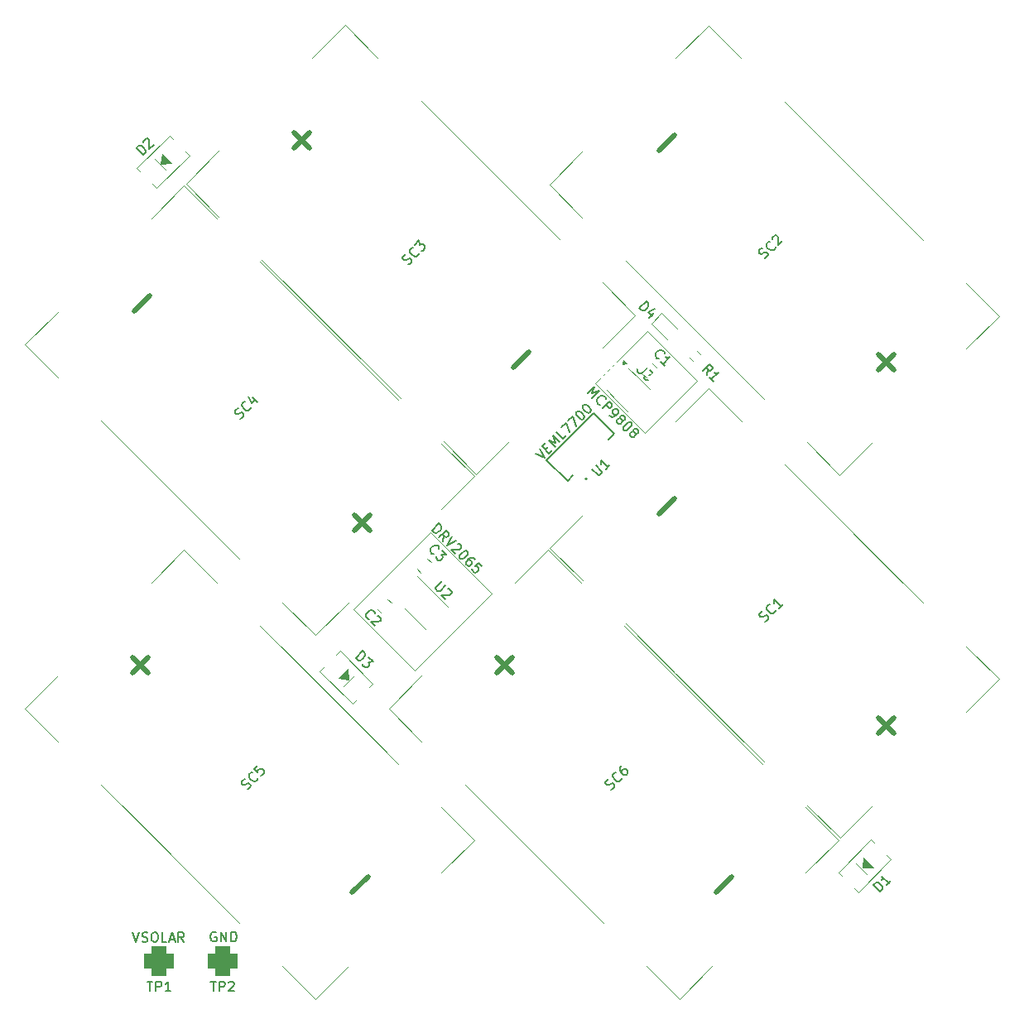
<source format=gbr>
%TF.GenerationSoftware,KiCad,Pcbnew,9.0.0*%
%TF.CreationDate,2025-03-12T19:06:34-07:00*%
%TF.ProjectId,Z_Face_V2,5a5f4661-6365-45f5-9632-2e6b69636164,3.1*%
%TF.SameCoordinates,Original*%
%TF.FileFunction,Legend,Top*%
%TF.FilePolarity,Positive*%
%FSLAX46Y46*%
G04 Gerber Fmt 4.6, Leading zero omitted, Abs format (unit mm)*
G04 Created by KiCad (PCBNEW 9.0.0) date 2025-03-12 19:06:34*
%MOMM*%
%LPD*%
G01*
G04 APERTURE LIST*
G04 Aperture macros list*
%AMRoundRect*
0 Rectangle with rounded corners*
0 $1 Rounding radius*
0 $2 $3 $4 $5 $6 $7 $8 $9 X,Y pos of 4 corners*
0 Add a 4 corners polygon primitive as box body*
4,1,4,$2,$3,$4,$5,$6,$7,$8,$9,$2,$3,0*
0 Add four circle primitives for the rounded corners*
1,1,$1+$1,$2,$3*
1,1,$1+$1,$4,$5*
1,1,$1+$1,$6,$7*
1,1,$1+$1,$8,$9*
0 Add four rect primitives between the rounded corners*
20,1,$1+$1,$2,$3,$4,$5,0*
20,1,$1+$1,$4,$5,$6,$7,0*
20,1,$1+$1,$6,$7,$8,$9,0*
20,1,$1+$1,$8,$9,$2,$3,0*%
%AMRotRect*
0 Rectangle, with rotation*
0 The origin of the aperture is its center*
0 $1 length*
0 $2 width*
0 $3 Rotation angle, in degrees counterclockwise*
0 Add horizontal line*
21,1,$1,$2,0,0,$3*%
G04 Aperture macros list end*
%ADD10C,0.120000*%
%ADD11C,0.150000*%
%ADD12C,0.500000*%
%ADD13C,0.100000*%
%ADD14C,0.127000*%
%ADD15C,0.200000*%
%ADD16C,5.250000*%
%ADD17RotRect,2.500000X1.700000X45.000000*%
%ADD18RoundRect,0.750000X0.750000X-0.750000X0.750000X0.750000X-0.750000X0.750000X-0.750000X-0.750000X0*%
%ADD19RoundRect,0.218750X-0.335876X-0.026517X-0.026517X-0.335876X0.335876X0.026517X0.026517X0.335876X0*%
%ADD20RoundRect,0.250000X0.512652X0.159099X0.159099X0.512652X-0.512652X-0.159099X-0.159099X-0.512652X0*%
%ADD21RotRect,13.000000X3.000000X45.000000*%
%ADD22RoundRect,0.200000X0.335876X0.053033X0.053033X0.335876X-0.335876X-0.053033X-0.053033X-0.335876X0*%
%ADD23C,0.600000*%
%ADD24RoundRect,0.100000X-0.556847X0.415425X0.415425X-0.556847X0.556847X-0.415425X-0.415425X0.556847X0*%
%ADD25RotRect,1.500000X1.800000X315.000000*%
%ADD26RoundRect,0.075000X-0.512652X0.406586X0.406586X-0.512652X0.512652X-0.406586X-0.406586X0.512652X0*%
%ADD27RotRect,2.500000X1.700000X135.000000*%
%ADD28RotRect,1.600000X0.700000X135.000000*%
%ADD29RotRect,13.000000X3.000000X225.000000*%
G04 APERTURE END LIST*
D10*
X168422537Y-71580815D02*
X163126307Y-76877045D01*
X158028067Y-71778805D01*
X163324297Y-66482575D01*
X168422537Y-71580815D01*
X147417170Y-93332830D02*
X139540000Y-101210000D01*
X133271481Y-94941481D01*
X141148650Y-87064311D01*
X147417170Y-93332830D01*
D11*
X119248095Y-127952438D02*
X119152857Y-127904819D01*
X119152857Y-127904819D02*
X119010000Y-127904819D01*
X119010000Y-127904819D02*
X118867143Y-127952438D01*
X118867143Y-127952438D02*
X118771905Y-128047676D01*
X118771905Y-128047676D02*
X118724286Y-128142914D01*
X118724286Y-128142914D02*
X118676667Y-128333390D01*
X118676667Y-128333390D02*
X118676667Y-128476247D01*
X118676667Y-128476247D02*
X118724286Y-128666723D01*
X118724286Y-128666723D02*
X118771905Y-128761961D01*
X118771905Y-128761961D02*
X118867143Y-128857200D01*
X118867143Y-128857200D02*
X119010000Y-128904819D01*
X119010000Y-128904819D02*
X119105238Y-128904819D01*
X119105238Y-128904819D02*
X119248095Y-128857200D01*
X119248095Y-128857200D02*
X119295714Y-128809580D01*
X119295714Y-128809580D02*
X119295714Y-128476247D01*
X119295714Y-128476247D02*
X119105238Y-128476247D01*
X119724286Y-128904819D02*
X119724286Y-127904819D01*
X119724286Y-127904819D02*
X120295714Y-128904819D01*
X120295714Y-128904819D02*
X120295714Y-127904819D01*
X120771905Y-128904819D02*
X120771905Y-127904819D01*
X120771905Y-127904819D02*
X121010000Y-127904819D01*
X121010000Y-127904819D02*
X121152857Y-127952438D01*
X121152857Y-127952438D02*
X121248095Y-128047676D01*
X121248095Y-128047676D02*
X121295714Y-128142914D01*
X121295714Y-128142914D02*
X121343333Y-128333390D01*
X121343333Y-128333390D02*
X121343333Y-128476247D01*
X121343333Y-128476247D02*
X121295714Y-128666723D01*
X121295714Y-128666723D02*
X121248095Y-128761961D01*
X121248095Y-128761961D02*
X121152857Y-128857200D01*
X121152857Y-128857200D02*
X121010000Y-128904819D01*
X121010000Y-128904819D02*
X120771905Y-128904819D01*
X151891773Y-78967223D02*
X152834582Y-79438628D01*
X152834582Y-79438628D02*
X152363178Y-78495819D01*
X152935598Y-78596834D02*
X153171300Y-78361132D01*
X153642704Y-78630506D02*
X153305987Y-78967223D01*
X153305987Y-78967223D02*
X152598880Y-78260117D01*
X152598880Y-78260117D02*
X152935598Y-77923399D01*
X153945750Y-78327460D02*
X153238644Y-77620353D01*
X153238644Y-77620353D02*
X153979422Y-77889727D01*
X153979422Y-77889727D02*
X153710048Y-77148949D01*
X153710048Y-77148949D02*
X154417155Y-77856055D01*
X155090590Y-77182620D02*
X154753872Y-77519338D01*
X154753872Y-77519338D02*
X154046765Y-76812231D01*
X154551842Y-76307155D02*
X155023246Y-75835750D01*
X155023246Y-75835750D02*
X155427307Y-76845903D01*
X155225277Y-75633720D02*
X155696681Y-75162315D01*
X155696681Y-75162315D02*
X156100742Y-76172468D01*
X156100743Y-74758254D02*
X156168086Y-74690911D01*
X156168086Y-74690911D02*
X156269101Y-74657239D01*
X156269101Y-74657239D02*
X156336445Y-74657239D01*
X156336445Y-74657239D02*
X156437460Y-74690911D01*
X156437460Y-74690911D02*
X156605819Y-74791926D01*
X156605819Y-74791926D02*
X156774178Y-74960285D01*
X156774178Y-74960285D02*
X156875193Y-75128643D01*
X156875193Y-75128643D02*
X156908865Y-75229659D01*
X156908865Y-75229659D02*
X156908865Y-75297002D01*
X156908865Y-75297002D02*
X156875193Y-75398017D01*
X156875193Y-75398017D02*
X156807849Y-75465361D01*
X156807849Y-75465361D02*
X156706834Y-75499033D01*
X156706834Y-75499033D02*
X156639491Y-75499033D01*
X156639491Y-75499033D02*
X156538475Y-75465361D01*
X156538475Y-75465361D02*
X156370117Y-75364346D01*
X156370117Y-75364346D02*
X156201758Y-75195987D01*
X156201758Y-75195987D02*
X156100743Y-75027628D01*
X156100743Y-75027628D02*
X156067071Y-74926613D01*
X156067071Y-74926613D02*
X156067071Y-74859269D01*
X156067071Y-74859269D02*
X156100743Y-74758254D01*
X156774178Y-74084819D02*
X156841521Y-74017476D01*
X156841521Y-74017476D02*
X156942536Y-73983804D01*
X156942536Y-73983804D02*
X157009880Y-73983804D01*
X157009880Y-73983804D02*
X157110895Y-74017476D01*
X157110895Y-74017476D02*
X157279254Y-74118491D01*
X157279254Y-74118491D02*
X157447613Y-74286850D01*
X157447613Y-74286850D02*
X157548628Y-74455208D01*
X157548628Y-74455208D02*
X157582300Y-74556224D01*
X157582300Y-74556224D02*
X157582300Y-74623567D01*
X157582300Y-74623567D02*
X157548628Y-74724582D01*
X157548628Y-74724582D02*
X157481284Y-74791926D01*
X157481284Y-74791926D02*
X157380269Y-74825598D01*
X157380269Y-74825598D02*
X157312926Y-74825598D01*
X157312926Y-74825598D02*
X157211910Y-74791926D01*
X157211910Y-74791926D02*
X157043552Y-74690911D01*
X157043552Y-74690911D02*
X156875193Y-74522552D01*
X156875193Y-74522552D02*
X156774178Y-74354193D01*
X156774178Y-74354193D02*
X156740506Y-74253178D01*
X156740506Y-74253178D02*
X156740506Y-74185834D01*
X156740506Y-74185834D02*
X156774178Y-74084819D01*
X157228715Y-72831926D02*
X157935822Y-72124820D01*
X157935822Y-72124820D02*
X157666448Y-72865598D01*
X157666448Y-72865598D02*
X158407226Y-72596224D01*
X158407226Y-72596224D02*
X157700120Y-73303331D01*
X158508242Y-73976766D02*
X158440898Y-73976766D01*
X158440898Y-73976766D02*
X158306211Y-73909422D01*
X158306211Y-73909422D02*
X158238868Y-73842079D01*
X158238868Y-73842079D02*
X158171524Y-73707392D01*
X158171524Y-73707392D02*
X158171524Y-73572705D01*
X158171524Y-73572705D02*
X158205196Y-73471690D01*
X158205196Y-73471690D02*
X158306211Y-73303331D01*
X158306211Y-73303331D02*
X158407226Y-73202316D01*
X158407226Y-73202316D02*
X158575585Y-73101300D01*
X158575585Y-73101300D02*
X158676600Y-73067629D01*
X158676600Y-73067629D02*
X158811287Y-73067629D01*
X158811287Y-73067629D02*
X158945974Y-73134972D01*
X158945974Y-73134972D02*
X159013318Y-73202316D01*
X159013318Y-73202316D02*
X159080661Y-73337003D01*
X159080661Y-73337003D02*
X159080661Y-73404346D01*
X158743944Y-74347155D02*
X159451051Y-73640048D01*
X159451051Y-73640048D02*
X159720425Y-73909422D01*
X159720425Y-73909422D02*
X159754096Y-74010438D01*
X159754096Y-74010438D02*
X159754096Y-74077781D01*
X159754096Y-74077781D02*
X159720425Y-74178796D01*
X159720425Y-74178796D02*
X159619409Y-74279812D01*
X159619409Y-74279812D02*
X159518394Y-74313483D01*
X159518394Y-74313483D02*
X159451051Y-74313483D01*
X159451051Y-74313483D02*
X159350035Y-74279812D01*
X159350035Y-74279812D02*
X159080661Y-74010438D01*
X159484722Y-75087934D02*
X159619409Y-75222621D01*
X159619409Y-75222621D02*
X159720425Y-75256292D01*
X159720425Y-75256292D02*
X159787768Y-75256292D01*
X159787768Y-75256292D02*
X159956127Y-75222621D01*
X159956127Y-75222621D02*
X160124486Y-75121605D01*
X160124486Y-75121605D02*
X160393860Y-74852231D01*
X160393860Y-74852231D02*
X160427531Y-74751216D01*
X160427531Y-74751216D02*
X160427531Y-74683873D01*
X160427531Y-74683873D02*
X160393860Y-74582857D01*
X160393860Y-74582857D02*
X160259173Y-74448170D01*
X160259173Y-74448170D02*
X160158157Y-74414499D01*
X160158157Y-74414499D02*
X160090814Y-74414499D01*
X160090814Y-74414499D02*
X159989799Y-74448170D01*
X159989799Y-74448170D02*
X159821440Y-74616529D01*
X159821440Y-74616529D02*
X159787768Y-74717544D01*
X159787768Y-74717544D02*
X159787768Y-74784888D01*
X159787768Y-74784888D02*
X159821440Y-74885903D01*
X159821440Y-74885903D02*
X159956127Y-75020590D01*
X159956127Y-75020590D02*
X160057142Y-75054262D01*
X160057142Y-75054262D02*
X160124486Y-75054262D01*
X160124486Y-75054262D02*
X160225501Y-75020590D01*
X160629562Y-75424651D02*
X160595890Y-75323636D01*
X160595890Y-75323636D02*
X160595890Y-75256292D01*
X160595890Y-75256292D02*
X160629562Y-75155277D01*
X160629562Y-75155277D02*
X160663234Y-75121605D01*
X160663234Y-75121605D02*
X160764249Y-75087934D01*
X160764249Y-75087934D02*
X160831592Y-75087934D01*
X160831592Y-75087934D02*
X160932608Y-75121605D01*
X160932608Y-75121605D02*
X161067295Y-75256292D01*
X161067295Y-75256292D02*
X161100966Y-75357308D01*
X161100966Y-75357308D02*
X161100966Y-75424651D01*
X161100966Y-75424651D02*
X161067295Y-75525666D01*
X161067295Y-75525666D02*
X161033623Y-75559338D01*
X161033623Y-75559338D02*
X160932608Y-75593010D01*
X160932608Y-75593010D02*
X160865264Y-75593010D01*
X160865264Y-75593010D02*
X160764249Y-75559338D01*
X160764249Y-75559338D02*
X160629562Y-75424651D01*
X160629562Y-75424651D02*
X160528547Y-75390979D01*
X160528547Y-75390979D02*
X160461203Y-75390979D01*
X160461203Y-75390979D02*
X160360188Y-75424651D01*
X160360188Y-75424651D02*
X160225501Y-75559338D01*
X160225501Y-75559338D02*
X160191829Y-75660353D01*
X160191829Y-75660353D02*
X160191829Y-75727697D01*
X160191829Y-75727697D02*
X160225501Y-75828712D01*
X160225501Y-75828712D02*
X160360188Y-75963399D01*
X160360188Y-75963399D02*
X160461203Y-75997071D01*
X160461203Y-75997071D02*
X160528547Y-75997071D01*
X160528547Y-75997071D02*
X160629562Y-75963399D01*
X160629562Y-75963399D02*
X160764249Y-75828712D01*
X160764249Y-75828712D02*
X160797921Y-75727697D01*
X160797921Y-75727697D02*
X160797921Y-75660353D01*
X160797921Y-75660353D02*
X160764249Y-75559338D01*
X161639715Y-75828712D02*
X161707058Y-75896056D01*
X161707058Y-75896056D02*
X161740730Y-75997071D01*
X161740730Y-75997071D02*
X161740730Y-76064414D01*
X161740730Y-76064414D02*
X161707058Y-76165430D01*
X161707058Y-76165430D02*
X161606043Y-76333788D01*
X161606043Y-76333788D02*
X161437684Y-76502147D01*
X161437684Y-76502147D02*
X161269325Y-76603163D01*
X161269325Y-76603163D02*
X161168310Y-76636834D01*
X161168310Y-76636834D02*
X161100966Y-76636834D01*
X161100966Y-76636834D02*
X160999951Y-76603163D01*
X160999951Y-76603163D02*
X160932608Y-76535819D01*
X160932608Y-76535819D02*
X160898936Y-76434804D01*
X160898936Y-76434804D02*
X160898936Y-76367460D01*
X160898936Y-76367460D02*
X160932608Y-76266445D01*
X160932608Y-76266445D02*
X161033623Y-76098086D01*
X161033623Y-76098086D02*
X161201982Y-75929727D01*
X161201982Y-75929727D02*
X161370341Y-75828712D01*
X161370341Y-75828712D02*
X161471356Y-75795040D01*
X161471356Y-75795040D02*
X161538699Y-75795040D01*
X161538699Y-75795040D02*
X161639715Y-75828712D01*
X161976432Y-76771521D02*
X161942760Y-76670506D01*
X161942760Y-76670506D02*
X161942760Y-76603163D01*
X161942760Y-76603163D02*
X161976432Y-76502147D01*
X161976432Y-76502147D02*
X162010104Y-76468476D01*
X162010104Y-76468476D02*
X162111119Y-76434804D01*
X162111119Y-76434804D02*
X162178463Y-76434804D01*
X162178463Y-76434804D02*
X162279478Y-76468476D01*
X162279478Y-76468476D02*
X162414165Y-76603163D01*
X162414165Y-76603163D02*
X162447837Y-76704178D01*
X162447837Y-76704178D02*
X162447837Y-76771521D01*
X162447837Y-76771521D02*
X162414165Y-76872537D01*
X162414165Y-76872537D02*
X162380493Y-76906208D01*
X162380493Y-76906208D02*
X162279478Y-76939880D01*
X162279478Y-76939880D02*
X162212134Y-76939880D01*
X162212134Y-76939880D02*
X162111119Y-76906208D01*
X162111119Y-76906208D02*
X161976432Y-76771521D01*
X161976432Y-76771521D02*
X161875417Y-76737850D01*
X161875417Y-76737850D02*
X161808073Y-76737850D01*
X161808073Y-76737850D02*
X161707058Y-76771521D01*
X161707058Y-76771521D02*
X161572371Y-76906208D01*
X161572371Y-76906208D02*
X161538699Y-77007224D01*
X161538699Y-77007224D02*
X161538699Y-77074567D01*
X161538699Y-77074567D02*
X161572371Y-77175582D01*
X161572371Y-77175582D02*
X161707058Y-77310269D01*
X161707058Y-77310269D02*
X161808073Y-77343941D01*
X161808073Y-77343941D02*
X161875417Y-77343941D01*
X161875417Y-77343941D02*
X161976432Y-77310269D01*
X161976432Y-77310269D02*
X162111119Y-77175582D01*
X162111119Y-77175582D02*
X162144791Y-77074567D01*
X162144791Y-77074567D02*
X162144791Y-77007224D01*
X162144791Y-77007224D02*
X162111119Y-76906208D01*
X141339730Y-86862942D02*
X142046837Y-86155835D01*
X142046837Y-86155835D02*
X142215196Y-86324193D01*
X142215196Y-86324193D02*
X142282539Y-86458881D01*
X142282539Y-86458881D02*
X142282539Y-86593568D01*
X142282539Y-86593568D02*
X142248868Y-86694583D01*
X142248868Y-86694583D02*
X142147852Y-86862942D01*
X142147852Y-86862942D02*
X142046837Y-86963957D01*
X142046837Y-86963957D02*
X141878478Y-87064972D01*
X141878478Y-87064972D02*
X141777463Y-87098644D01*
X141777463Y-87098644D02*
X141642776Y-87098644D01*
X141642776Y-87098644D02*
X141508089Y-87031300D01*
X141508089Y-87031300D02*
X141339730Y-86862942D01*
X142450898Y-87974109D02*
X142551913Y-87401690D01*
X142046837Y-87570048D02*
X142753944Y-86862942D01*
X142753944Y-86862942D02*
X143023318Y-87132316D01*
X143023318Y-87132316D02*
X143056990Y-87233331D01*
X143056990Y-87233331D02*
X143056990Y-87300674D01*
X143056990Y-87300674D02*
X143023318Y-87401690D01*
X143023318Y-87401690D02*
X142922303Y-87502705D01*
X142922303Y-87502705D02*
X142821287Y-87536377D01*
X142821287Y-87536377D02*
X142753944Y-87536377D01*
X142753944Y-87536377D02*
X142652929Y-87502705D01*
X142652929Y-87502705D02*
X142383555Y-87233331D01*
X143360035Y-87469033D02*
X142888631Y-88411842D01*
X142888631Y-88411842D02*
X143831440Y-87940438D01*
X143966127Y-88209812D02*
X144033470Y-88209812D01*
X144033470Y-88209812D02*
X144134486Y-88243483D01*
X144134486Y-88243483D02*
X144302844Y-88411842D01*
X144302844Y-88411842D02*
X144336516Y-88512857D01*
X144336516Y-88512857D02*
X144336516Y-88580201D01*
X144336516Y-88580201D02*
X144302844Y-88681216D01*
X144302844Y-88681216D02*
X144235501Y-88748560D01*
X144235501Y-88748560D02*
X144100814Y-88815903D01*
X144100814Y-88815903D02*
X143292692Y-88815903D01*
X143292692Y-88815903D02*
X143730425Y-89253636D01*
X144875264Y-88984262D02*
X144942608Y-89051606D01*
X144942608Y-89051606D02*
X144976280Y-89152621D01*
X144976280Y-89152621D02*
X144976280Y-89219964D01*
X144976280Y-89219964D02*
X144942608Y-89320980D01*
X144942608Y-89320980D02*
X144841593Y-89489338D01*
X144841593Y-89489338D02*
X144673234Y-89657697D01*
X144673234Y-89657697D02*
X144504875Y-89758712D01*
X144504875Y-89758712D02*
X144403860Y-89792384D01*
X144403860Y-89792384D02*
X144336516Y-89792384D01*
X144336516Y-89792384D02*
X144235501Y-89758712D01*
X144235501Y-89758712D02*
X144168158Y-89691369D01*
X144168158Y-89691369D02*
X144134486Y-89590354D01*
X144134486Y-89590354D02*
X144134486Y-89523010D01*
X144134486Y-89523010D02*
X144168158Y-89421995D01*
X144168158Y-89421995D02*
X144269173Y-89253636D01*
X144269173Y-89253636D02*
X144437532Y-89085277D01*
X144437532Y-89085277D02*
X144605890Y-88984262D01*
X144605890Y-88984262D02*
X144706906Y-88950590D01*
X144706906Y-88950590D02*
X144774249Y-88950590D01*
X144774249Y-88950590D02*
X144875264Y-88984262D01*
X145717058Y-89826056D02*
X145582371Y-89691369D01*
X145582371Y-89691369D02*
X145481356Y-89657697D01*
X145481356Y-89657697D02*
X145414012Y-89657697D01*
X145414012Y-89657697D02*
X145245654Y-89691369D01*
X145245654Y-89691369D02*
X145077295Y-89792384D01*
X145077295Y-89792384D02*
X144807921Y-90061758D01*
X144807921Y-90061758D02*
X144774249Y-90162773D01*
X144774249Y-90162773D02*
X144774249Y-90230117D01*
X144774249Y-90230117D02*
X144807921Y-90331132D01*
X144807921Y-90331132D02*
X144942608Y-90465819D01*
X144942608Y-90465819D02*
X145043623Y-90499491D01*
X145043623Y-90499491D02*
X145110967Y-90499491D01*
X145110967Y-90499491D02*
X145211982Y-90465819D01*
X145211982Y-90465819D02*
X145380341Y-90297460D01*
X145380341Y-90297460D02*
X145414012Y-90196445D01*
X145414012Y-90196445D02*
X145414012Y-90129102D01*
X145414012Y-90129102D02*
X145380341Y-90028086D01*
X145380341Y-90028086D02*
X145245654Y-89893399D01*
X145245654Y-89893399D02*
X145144638Y-89859728D01*
X145144638Y-89859728D02*
X145077295Y-89859728D01*
X145077295Y-89859728D02*
X144976280Y-89893399D01*
X146424165Y-90533163D02*
X146087447Y-90196445D01*
X146087447Y-90196445D02*
X145717058Y-90499491D01*
X145717058Y-90499491D02*
X145784402Y-90499491D01*
X145784402Y-90499491D02*
X145885417Y-90533163D01*
X145885417Y-90533163D02*
X146053776Y-90701521D01*
X146053776Y-90701521D02*
X146087447Y-90802537D01*
X146087447Y-90802537D02*
X146087447Y-90869880D01*
X146087447Y-90869880D02*
X146053776Y-90970895D01*
X146053776Y-90970895D02*
X145885417Y-91139254D01*
X145885417Y-91139254D02*
X145784402Y-91172926D01*
X145784402Y-91172926D02*
X145717058Y-91172926D01*
X145717058Y-91172926D02*
X145616043Y-91139254D01*
X145616043Y-91139254D02*
X145447684Y-90970895D01*
X145447684Y-90970895D02*
X145414012Y-90869880D01*
X145414012Y-90869880D02*
X145414012Y-90802537D01*
X110723333Y-127954819D02*
X111056666Y-128954819D01*
X111056666Y-128954819D02*
X111389999Y-127954819D01*
X111675714Y-128907200D02*
X111818571Y-128954819D01*
X111818571Y-128954819D02*
X112056666Y-128954819D01*
X112056666Y-128954819D02*
X112151904Y-128907200D01*
X112151904Y-128907200D02*
X112199523Y-128859580D01*
X112199523Y-128859580D02*
X112247142Y-128764342D01*
X112247142Y-128764342D02*
X112247142Y-128669104D01*
X112247142Y-128669104D02*
X112199523Y-128573866D01*
X112199523Y-128573866D02*
X112151904Y-128526247D01*
X112151904Y-128526247D02*
X112056666Y-128478628D01*
X112056666Y-128478628D02*
X111866190Y-128431009D01*
X111866190Y-128431009D02*
X111770952Y-128383390D01*
X111770952Y-128383390D02*
X111723333Y-128335771D01*
X111723333Y-128335771D02*
X111675714Y-128240533D01*
X111675714Y-128240533D02*
X111675714Y-128145295D01*
X111675714Y-128145295D02*
X111723333Y-128050057D01*
X111723333Y-128050057D02*
X111770952Y-128002438D01*
X111770952Y-128002438D02*
X111866190Y-127954819D01*
X111866190Y-127954819D02*
X112104285Y-127954819D01*
X112104285Y-127954819D02*
X112247142Y-128002438D01*
X112866190Y-127954819D02*
X113056666Y-127954819D01*
X113056666Y-127954819D02*
X113151904Y-128002438D01*
X113151904Y-128002438D02*
X113247142Y-128097676D01*
X113247142Y-128097676D02*
X113294761Y-128288152D01*
X113294761Y-128288152D02*
X113294761Y-128621485D01*
X113294761Y-128621485D02*
X113247142Y-128811961D01*
X113247142Y-128811961D02*
X113151904Y-128907200D01*
X113151904Y-128907200D02*
X113056666Y-128954819D01*
X113056666Y-128954819D02*
X112866190Y-128954819D01*
X112866190Y-128954819D02*
X112770952Y-128907200D01*
X112770952Y-128907200D02*
X112675714Y-128811961D01*
X112675714Y-128811961D02*
X112628095Y-128621485D01*
X112628095Y-128621485D02*
X112628095Y-128288152D01*
X112628095Y-128288152D02*
X112675714Y-128097676D01*
X112675714Y-128097676D02*
X112770952Y-128002438D01*
X112770952Y-128002438D02*
X112866190Y-127954819D01*
X114199523Y-128954819D02*
X113723333Y-128954819D01*
X113723333Y-128954819D02*
X113723333Y-127954819D01*
X114485238Y-128669104D02*
X114961428Y-128669104D01*
X114390000Y-128954819D02*
X114723333Y-127954819D01*
X114723333Y-127954819D02*
X115056666Y-128954819D01*
X115961428Y-128954819D02*
X115628095Y-128478628D01*
X115390000Y-128954819D02*
X115390000Y-127954819D01*
X115390000Y-127954819D02*
X115770952Y-127954819D01*
X115770952Y-127954819D02*
X115866190Y-128002438D01*
X115866190Y-128002438D02*
X115913809Y-128050057D01*
X115913809Y-128050057D02*
X115961428Y-128145295D01*
X115961428Y-128145295D02*
X115961428Y-128288152D01*
X115961428Y-128288152D02*
X115913809Y-128383390D01*
X115913809Y-128383390D02*
X115866190Y-128431009D01*
X115866190Y-128431009D02*
X115770952Y-128478628D01*
X115770952Y-128478628D02*
X115390000Y-128478628D01*
X110166666Y-84954819D02*
X110166666Y-85669104D01*
X110166666Y-85669104D02*
X110119047Y-85811961D01*
X110119047Y-85811961D02*
X110023809Y-85907200D01*
X110023809Y-85907200D02*
X109880952Y-85954819D01*
X109880952Y-85954819D02*
X109785714Y-85954819D01*
X111071428Y-85288152D02*
X111071428Y-85954819D01*
X110833333Y-84907200D02*
X110595238Y-85621485D01*
X110595238Y-85621485D02*
X111214285Y-85621485D01*
X149036666Y-123484819D02*
X149036666Y-124199104D01*
X149036666Y-124199104D02*
X148989047Y-124341961D01*
X148989047Y-124341961D02*
X148893809Y-124437200D01*
X148893809Y-124437200D02*
X148750952Y-124484819D01*
X148750952Y-124484819D02*
X148655714Y-124484819D01*
X149989047Y-123484819D02*
X149512857Y-123484819D01*
X149512857Y-123484819D02*
X149465238Y-123961009D01*
X149465238Y-123961009D02*
X149512857Y-123913390D01*
X149512857Y-123913390D02*
X149608095Y-123865771D01*
X149608095Y-123865771D02*
X149846190Y-123865771D01*
X149846190Y-123865771D02*
X149941428Y-123913390D01*
X149941428Y-123913390D02*
X149989047Y-123961009D01*
X149989047Y-123961009D02*
X150036666Y-124056247D01*
X150036666Y-124056247D02*
X150036666Y-124294342D01*
X150036666Y-124294342D02*
X149989047Y-124389580D01*
X149989047Y-124389580D02*
X149941428Y-124437200D01*
X149941428Y-124437200D02*
X149846190Y-124484819D01*
X149846190Y-124484819D02*
X149608095Y-124484819D01*
X149608095Y-124484819D02*
X149512857Y-124437200D01*
X149512857Y-124437200D02*
X149465238Y-124389580D01*
X149096666Y-45434819D02*
X149096666Y-46149104D01*
X149096666Y-46149104D02*
X149049047Y-46291961D01*
X149049047Y-46291961D02*
X148953809Y-46387200D01*
X148953809Y-46387200D02*
X148810952Y-46434819D01*
X148810952Y-46434819D02*
X148715714Y-46434819D01*
X150001428Y-45434819D02*
X149810952Y-45434819D01*
X149810952Y-45434819D02*
X149715714Y-45482438D01*
X149715714Y-45482438D02*
X149668095Y-45530057D01*
X149668095Y-45530057D02*
X149572857Y-45672914D01*
X149572857Y-45672914D02*
X149525238Y-45863390D01*
X149525238Y-45863390D02*
X149525238Y-46244342D01*
X149525238Y-46244342D02*
X149572857Y-46339580D01*
X149572857Y-46339580D02*
X149620476Y-46387200D01*
X149620476Y-46387200D02*
X149715714Y-46434819D01*
X149715714Y-46434819D02*
X149906190Y-46434819D01*
X149906190Y-46434819D02*
X150001428Y-46387200D01*
X150001428Y-46387200D02*
X150049047Y-46339580D01*
X150049047Y-46339580D02*
X150096666Y-46244342D01*
X150096666Y-46244342D02*
X150096666Y-46006247D01*
X150096666Y-46006247D02*
X150049047Y-45911009D01*
X150049047Y-45911009D02*
X150001428Y-45863390D01*
X150001428Y-45863390D02*
X149906190Y-45815771D01*
X149906190Y-45815771D02*
X149715714Y-45815771D01*
X149715714Y-45815771D02*
X149620476Y-45863390D01*
X149620476Y-45863390D02*
X149572857Y-45911009D01*
X149572857Y-45911009D02*
X149525238Y-46006247D01*
X188166666Y-84954819D02*
X188166666Y-85669104D01*
X188166666Y-85669104D02*
X188119047Y-85811961D01*
X188119047Y-85811961D02*
X188023809Y-85907200D01*
X188023809Y-85907200D02*
X187880952Y-85954819D01*
X187880952Y-85954819D02*
X187785714Y-85954819D01*
X188547619Y-84954819D02*
X189214285Y-84954819D01*
X189214285Y-84954819D02*
X188785714Y-85954819D01*
X111779693Y-48463517D02*
X111072587Y-47756410D01*
X111072587Y-47756410D02*
X111240945Y-47588051D01*
X111240945Y-47588051D02*
X111375632Y-47520708D01*
X111375632Y-47520708D02*
X111510319Y-47520708D01*
X111510319Y-47520708D02*
X111611335Y-47554380D01*
X111611335Y-47554380D02*
X111779693Y-47655395D01*
X111779693Y-47655395D02*
X111880709Y-47756410D01*
X111880709Y-47756410D02*
X111981724Y-47924769D01*
X111981724Y-47924769D02*
X112015396Y-48025784D01*
X112015396Y-48025784D02*
X112015396Y-48160471D01*
X112015396Y-48160471D02*
X111948052Y-48295158D01*
X111948052Y-48295158D02*
X111779693Y-48463517D01*
X111813365Y-47150319D02*
X111813365Y-47082975D01*
X111813365Y-47082975D02*
X111847037Y-46981960D01*
X111847037Y-46981960D02*
X112015396Y-46813601D01*
X112015396Y-46813601D02*
X112116411Y-46779929D01*
X112116411Y-46779929D02*
X112183754Y-46779929D01*
X112183754Y-46779929D02*
X112284770Y-46813601D01*
X112284770Y-46813601D02*
X112352113Y-46880945D01*
X112352113Y-46880945D02*
X112419457Y-47015632D01*
X112419457Y-47015632D02*
X112419457Y-47823754D01*
X112419457Y-47823754D02*
X112857189Y-47386021D01*
X112188095Y-132984819D02*
X112759523Y-132984819D01*
X112473809Y-133984819D02*
X112473809Y-132984819D01*
X113092857Y-133984819D02*
X113092857Y-132984819D01*
X113092857Y-132984819D02*
X113473809Y-132984819D01*
X113473809Y-132984819D02*
X113569047Y-133032438D01*
X113569047Y-133032438D02*
X113616666Y-133080057D01*
X113616666Y-133080057D02*
X113664285Y-133175295D01*
X113664285Y-133175295D02*
X113664285Y-133318152D01*
X113664285Y-133318152D02*
X113616666Y-133413390D01*
X113616666Y-133413390D02*
X113569047Y-133461009D01*
X113569047Y-133461009D02*
X113473809Y-133508628D01*
X113473809Y-133508628D02*
X113092857Y-133508628D01*
X114616666Y-133984819D02*
X114045238Y-133984819D01*
X114330952Y-133984819D02*
X114330952Y-132984819D01*
X114330952Y-132984819D02*
X114235714Y-133127676D01*
X114235714Y-133127676D02*
X114140476Y-133222914D01*
X114140476Y-133222914D02*
X114045238Y-133270533D01*
X162533200Y-64117833D02*
X163240307Y-63410727D01*
X163240307Y-63410727D02*
X163408666Y-63579085D01*
X163408666Y-63579085D02*
X163476009Y-63713772D01*
X163476009Y-63713772D02*
X163476009Y-63848459D01*
X163476009Y-63848459D02*
X163442337Y-63949475D01*
X163442337Y-63949475D02*
X163341322Y-64117833D01*
X163341322Y-64117833D02*
X163240307Y-64218849D01*
X163240307Y-64218849D02*
X163071948Y-64319864D01*
X163071948Y-64319864D02*
X162970933Y-64353536D01*
X162970933Y-64353536D02*
X162836246Y-64353536D01*
X162836246Y-64353536D02*
X162701559Y-64286192D01*
X162701559Y-64286192D02*
X162533200Y-64117833D01*
X164014757Y-64656581D02*
X163543353Y-65127986D01*
X164115772Y-64218849D02*
X163442337Y-64555566D01*
X163442337Y-64555566D02*
X163880070Y-64993299D01*
X141487197Y-89283169D02*
X141419853Y-89283169D01*
X141419853Y-89283169D02*
X141285166Y-89215825D01*
X141285166Y-89215825D02*
X141217823Y-89148482D01*
X141217823Y-89148482D02*
X141150479Y-89013795D01*
X141150479Y-89013795D02*
X141150479Y-88879108D01*
X141150479Y-88879108D02*
X141184151Y-88778093D01*
X141184151Y-88778093D02*
X141285166Y-88609734D01*
X141285166Y-88609734D02*
X141386181Y-88508719D01*
X141386181Y-88508719D02*
X141554540Y-88407703D01*
X141554540Y-88407703D02*
X141655555Y-88374032D01*
X141655555Y-88374032D02*
X141790242Y-88374032D01*
X141790242Y-88374032D02*
X141924929Y-88441375D01*
X141924929Y-88441375D02*
X141992273Y-88508719D01*
X141992273Y-88508719D02*
X142059616Y-88643406D01*
X142059616Y-88643406D02*
X142059616Y-88710749D01*
X142362662Y-88879108D02*
X142800395Y-89316841D01*
X142800395Y-89316841D02*
X142295319Y-89350512D01*
X142295319Y-89350512D02*
X142396334Y-89451528D01*
X142396334Y-89451528D02*
X142430006Y-89552543D01*
X142430006Y-89552543D02*
X142430006Y-89619886D01*
X142430006Y-89619886D02*
X142396334Y-89720902D01*
X142396334Y-89720902D02*
X142227975Y-89889260D01*
X142227975Y-89889260D02*
X142126960Y-89922932D01*
X142126960Y-89922932D02*
X142059616Y-89922932D01*
X142059616Y-89922932D02*
X141958601Y-89889260D01*
X141958601Y-89889260D02*
X141756571Y-89687230D01*
X141756571Y-89687230D02*
X141722899Y-89586215D01*
X141722899Y-89586215D02*
X141722899Y-89518871D01*
X122429185Y-113333788D02*
X122563872Y-113266444D01*
X122563872Y-113266444D02*
X122732231Y-113098086D01*
X122732231Y-113098086D02*
X122765902Y-112997070D01*
X122765902Y-112997070D02*
X122765902Y-112929727D01*
X122765902Y-112929727D02*
X122732231Y-112828712D01*
X122732231Y-112828712D02*
X122664887Y-112761368D01*
X122664887Y-112761368D02*
X122563872Y-112727696D01*
X122563872Y-112727696D02*
X122496528Y-112727696D01*
X122496528Y-112727696D02*
X122395513Y-112761368D01*
X122395513Y-112761368D02*
X122227154Y-112862383D01*
X122227154Y-112862383D02*
X122126139Y-112896055D01*
X122126139Y-112896055D02*
X122058796Y-112896055D01*
X122058796Y-112896055D02*
X121957780Y-112862383D01*
X121957780Y-112862383D02*
X121890437Y-112795040D01*
X121890437Y-112795040D02*
X121856765Y-112694025D01*
X121856765Y-112694025D02*
X121856765Y-112626681D01*
X121856765Y-112626681D02*
X121890437Y-112525666D01*
X121890437Y-112525666D02*
X122058796Y-112357307D01*
X122058796Y-112357307D02*
X122193483Y-112289964D01*
X123506681Y-112188948D02*
X123506681Y-112256292D01*
X123506681Y-112256292D02*
X123439338Y-112390979D01*
X123439338Y-112390979D02*
X123371994Y-112458322D01*
X123371994Y-112458322D02*
X123237307Y-112525666D01*
X123237307Y-112525666D02*
X123102620Y-112525666D01*
X123102620Y-112525666D02*
X123001605Y-112491994D01*
X123001605Y-112491994D02*
X122833246Y-112390979D01*
X122833246Y-112390979D02*
X122732231Y-112289963D01*
X122732231Y-112289963D02*
X122631215Y-112121605D01*
X122631215Y-112121605D02*
X122597544Y-112020589D01*
X122597544Y-112020589D02*
X122597544Y-111885902D01*
X122597544Y-111885902D02*
X122664887Y-111751215D01*
X122664887Y-111751215D02*
X122732231Y-111683872D01*
X122732231Y-111683872D02*
X122866918Y-111616528D01*
X122866918Y-111616528D02*
X122934261Y-111616528D01*
X123506681Y-110909422D02*
X123169963Y-111246139D01*
X123169963Y-111246139D02*
X123473009Y-111616528D01*
X123473009Y-111616528D02*
X123473009Y-111549185D01*
X123473009Y-111549185D02*
X123506681Y-111448170D01*
X123506681Y-111448170D02*
X123675040Y-111279811D01*
X123675040Y-111279811D02*
X123776055Y-111246139D01*
X123776055Y-111246139D02*
X123843399Y-111246139D01*
X123843399Y-111246139D02*
X123944414Y-111279811D01*
X123944414Y-111279811D02*
X124112773Y-111448170D01*
X124112773Y-111448170D02*
X124146444Y-111549185D01*
X124146444Y-111549185D02*
X124146444Y-111616528D01*
X124146444Y-111616528D02*
X124112773Y-111717544D01*
X124112773Y-111717544D02*
X123944414Y-111885902D01*
X123944414Y-111885902D02*
X123843399Y-111919574D01*
X123843399Y-111919574D02*
X123776055Y-111919574D01*
D12*
X110713026Y-101449270D02*
X112329270Y-99833026D01*
X112329270Y-101449270D02*
X110713026Y-99833026D01*
X133163666Y-123899910D02*
X134779910Y-122283666D01*
D11*
X118678095Y-132984819D02*
X119249523Y-132984819D01*
X118963809Y-133984819D02*
X118963809Y-132984819D01*
X119582857Y-133984819D02*
X119582857Y-132984819D01*
X119582857Y-132984819D02*
X119963809Y-132984819D01*
X119963809Y-132984819D02*
X120059047Y-133032438D01*
X120059047Y-133032438D02*
X120106666Y-133080057D01*
X120106666Y-133080057D02*
X120154285Y-133175295D01*
X120154285Y-133175295D02*
X120154285Y-133318152D01*
X120154285Y-133318152D02*
X120106666Y-133413390D01*
X120106666Y-133413390D02*
X120059047Y-133461009D01*
X120059047Y-133461009D02*
X119963809Y-133508628D01*
X119963809Y-133508628D02*
X119582857Y-133508628D01*
X120535238Y-133080057D02*
X120582857Y-133032438D01*
X120582857Y-133032438D02*
X120678095Y-132984819D01*
X120678095Y-132984819D02*
X120916190Y-132984819D01*
X120916190Y-132984819D02*
X121011428Y-133032438D01*
X121011428Y-133032438D02*
X121059047Y-133080057D01*
X121059047Y-133080057D02*
X121106666Y-133175295D01*
X121106666Y-133175295D02*
X121106666Y-133270533D01*
X121106666Y-133270533D02*
X121059047Y-133413390D01*
X121059047Y-133413390D02*
X120487619Y-133984819D01*
X120487619Y-133984819D02*
X121106666Y-133984819D01*
X138891321Y-59655924D02*
X139026008Y-59588580D01*
X139026008Y-59588580D02*
X139194367Y-59420222D01*
X139194367Y-59420222D02*
X139228038Y-59319206D01*
X139228038Y-59319206D02*
X139228038Y-59251863D01*
X139228038Y-59251863D02*
X139194367Y-59150848D01*
X139194367Y-59150848D02*
X139127023Y-59083504D01*
X139127023Y-59083504D02*
X139026008Y-59049832D01*
X139026008Y-59049832D02*
X138958664Y-59049832D01*
X138958664Y-59049832D02*
X138857649Y-59083504D01*
X138857649Y-59083504D02*
X138689290Y-59184519D01*
X138689290Y-59184519D02*
X138588275Y-59218191D01*
X138588275Y-59218191D02*
X138520932Y-59218191D01*
X138520932Y-59218191D02*
X138419916Y-59184519D01*
X138419916Y-59184519D02*
X138352573Y-59117176D01*
X138352573Y-59117176D02*
X138318901Y-59016161D01*
X138318901Y-59016161D02*
X138318901Y-58948817D01*
X138318901Y-58948817D02*
X138352573Y-58847802D01*
X138352573Y-58847802D02*
X138520932Y-58679443D01*
X138520932Y-58679443D02*
X138655619Y-58612100D01*
X139968817Y-58511084D02*
X139968817Y-58578428D01*
X139968817Y-58578428D02*
X139901474Y-58713115D01*
X139901474Y-58713115D02*
X139834130Y-58780458D01*
X139834130Y-58780458D02*
X139699443Y-58847802D01*
X139699443Y-58847802D02*
X139564756Y-58847802D01*
X139564756Y-58847802D02*
X139463741Y-58814130D01*
X139463741Y-58814130D02*
X139295382Y-58713115D01*
X139295382Y-58713115D02*
X139194367Y-58612099D01*
X139194367Y-58612099D02*
X139093351Y-58443741D01*
X139093351Y-58443741D02*
X139059680Y-58342725D01*
X139059680Y-58342725D02*
X139059680Y-58208038D01*
X139059680Y-58208038D02*
X139127023Y-58073351D01*
X139127023Y-58073351D02*
X139194367Y-58006008D01*
X139194367Y-58006008D02*
X139329054Y-57938664D01*
X139329054Y-57938664D02*
X139396397Y-57938664D01*
X139564756Y-57635619D02*
X140002489Y-57197886D01*
X140002489Y-57197886D02*
X140036161Y-57702962D01*
X140036161Y-57702962D02*
X140137176Y-57601947D01*
X140137176Y-57601947D02*
X140238191Y-57568275D01*
X140238191Y-57568275D02*
X140305535Y-57568275D01*
X140305535Y-57568275D02*
X140406550Y-57601947D01*
X140406550Y-57601947D02*
X140574909Y-57770306D01*
X140574909Y-57770306D02*
X140608580Y-57871321D01*
X140608580Y-57871321D02*
X140608580Y-57938664D01*
X140608580Y-57938664D02*
X140574909Y-58039680D01*
X140574909Y-58039680D02*
X140372878Y-58241710D01*
X140372878Y-58241710D02*
X140271863Y-58275382D01*
X140271863Y-58275382D02*
X140204519Y-58275382D01*
D12*
X149625802Y-70222046D02*
X151242046Y-68605802D01*
X127175162Y-47771406D02*
X128791406Y-46155162D01*
X128791406Y-47771406D02*
X127175162Y-46155162D01*
D11*
X169421432Y-70956567D02*
X169522447Y-70384148D01*
X169017371Y-70552506D02*
X169724478Y-69845400D01*
X169724478Y-69845400D02*
X169993852Y-70114774D01*
X169993852Y-70114774D02*
X170027524Y-70215789D01*
X170027524Y-70215789D02*
X170027524Y-70283132D01*
X170027524Y-70283132D02*
X169993852Y-70384148D01*
X169993852Y-70384148D02*
X169892837Y-70485163D01*
X169892837Y-70485163D02*
X169791821Y-70518835D01*
X169791821Y-70518835D02*
X169724478Y-70518835D01*
X169724478Y-70518835D02*
X169623463Y-70485163D01*
X169623463Y-70485163D02*
X169354089Y-70215789D01*
X170094867Y-71630002D02*
X169690806Y-71225941D01*
X169892837Y-71427972D02*
X170599943Y-70720865D01*
X170599943Y-70720865D02*
X170431585Y-70754537D01*
X170431585Y-70754537D02*
X170296898Y-70754537D01*
X170296898Y-70754537D02*
X170195882Y-70720865D01*
X162949876Y-69794810D02*
X162377456Y-70367230D01*
X162377456Y-70367230D02*
X162343784Y-70468245D01*
X162343784Y-70468245D02*
X162343784Y-70535589D01*
X162343784Y-70535589D02*
X162377456Y-70636604D01*
X162377456Y-70636604D02*
X162512143Y-70771291D01*
X162512143Y-70771291D02*
X162613158Y-70804963D01*
X162613158Y-70804963D02*
X162680502Y-70804963D01*
X162680502Y-70804963D02*
X162781517Y-70771291D01*
X162781517Y-70771291D02*
X163353937Y-70198871D01*
X163623311Y-70468245D02*
X164061043Y-70905978D01*
X164061043Y-70905978D02*
X163555967Y-70939650D01*
X163555967Y-70939650D02*
X163656982Y-71040665D01*
X163656982Y-71040665D02*
X163690654Y-71141680D01*
X163690654Y-71141680D02*
X163690654Y-71209024D01*
X163690654Y-71209024D02*
X163656982Y-71310039D01*
X163656982Y-71310039D02*
X163488624Y-71478398D01*
X163488624Y-71478398D02*
X163387608Y-71512070D01*
X163387608Y-71512070D02*
X163320265Y-71512070D01*
X163320265Y-71512070D02*
X163219250Y-71478398D01*
X163219250Y-71478398D02*
X163017219Y-71276367D01*
X163017219Y-71276367D02*
X162983547Y-71175352D01*
X162983547Y-71175352D02*
X162983547Y-71108009D01*
X134896962Y-95915831D02*
X134829618Y-95915831D01*
X134829618Y-95915831D02*
X134694931Y-95848487D01*
X134694931Y-95848487D02*
X134627588Y-95781144D01*
X134627588Y-95781144D02*
X134560244Y-95646457D01*
X134560244Y-95646457D02*
X134560244Y-95511770D01*
X134560244Y-95511770D02*
X134593916Y-95410755D01*
X134593916Y-95410755D02*
X134694931Y-95242396D01*
X134694931Y-95242396D02*
X134795946Y-95141381D01*
X134795946Y-95141381D02*
X134964305Y-95040365D01*
X134964305Y-95040365D02*
X135065320Y-95006694D01*
X135065320Y-95006694D02*
X135200007Y-95006694D01*
X135200007Y-95006694D02*
X135334694Y-95074037D01*
X135334694Y-95074037D02*
X135402038Y-95141381D01*
X135402038Y-95141381D02*
X135469381Y-95276068D01*
X135469381Y-95276068D02*
X135469381Y-95343411D01*
X135738755Y-95612785D02*
X135806099Y-95612785D01*
X135806099Y-95612785D02*
X135907114Y-95646457D01*
X135907114Y-95646457D02*
X136075473Y-95814816D01*
X136075473Y-95814816D02*
X136109145Y-95915831D01*
X136109145Y-95915831D02*
X136109145Y-95983174D01*
X136109145Y-95983174D02*
X136075473Y-96084190D01*
X136075473Y-96084190D02*
X136008129Y-96151533D01*
X136008129Y-96151533D02*
X135873442Y-96218877D01*
X135873442Y-96218877D02*
X135065320Y-96218877D01*
X135065320Y-96218877D02*
X135503053Y-96656609D01*
X142321247Y-92076240D02*
X141748827Y-92648660D01*
X141748827Y-92648660D02*
X141715155Y-92749675D01*
X141715155Y-92749675D02*
X141715155Y-92817019D01*
X141715155Y-92817019D02*
X141748827Y-92918034D01*
X141748827Y-92918034D02*
X141883514Y-93052721D01*
X141883514Y-93052721D02*
X141984529Y-93086393D01*
X141984529Y-93086393D02*
X142051873Y-93086393D01*
X142051873Y-93086393D02*
X142152888Y-93052721D01*
X142152888Y-93052721D02*
X142725308Y-92480301D01*
X142961010Y-92850691D02*
X143028353Y-92850691D01*
X143028353Y-92850691D02*
X143129369Y-92884362D01*
X143129369Y-92884362D02*
X143297727Y-93052721D01*
X143297727Y-93052721D02*
X143331399Y-93153736D01*
X143331399Y-93153736D02*
X143331399Y-93221080D01*
X143331399Y-93221080D02*
X143297727Y-93322095D01*
X143297727Y-93322095D02*
X143230384Y-93389439D01*
X143230384Y-93389439D02*
X143095697Y-93456782D01*
X143095697Y-93456782D02*
X142287575Y-93456782D01*
X142287575Y-93456782D02*
X142725308Y-93894515D01*
X133516747Y-99907856D02*
X134223854Y-99200750D01*
X134223854Y-99200750D02*
X134392213Y-99369108D01*
X134392213Y-99369108D02*
X134459556Y-99503795D01*
X134459556Y-99503795D02*
X134459556Y-99638482D01*
X134459556Y-99638482D02*
X134425884Y-99739498D01*
X134425884Y-99739498D02*
X134324869Y-99907856D01*
X134324869Y-99907856D02*
X134223854Y-100008872D01*
X134223854Y-100008872D02*
X134055495Y-100109887D01*
X134055495Y-100109887D02*
X133954480Y-100143559D01*
X133954480Y-100143559D02*
X133819793Y-100143559D01*
X133819793Y-100143559D02*
X133685106Y-100076215D01*
X133685106Y-100076215D02*
X133516747Y-99907856D01*
X134863617Y-99840513D02*
X135301350Y-100278246D01*
X135301350Y-100278246D02*
X134796274Y-100311917D01*
X134796274Y-100311917D02*
X134897289Y-100412933D01*
X134897289Y-100412933D02*
X134930961Y-100513948D01*
X134930961Y-100513948D02*
X134930961Y-100581291D01*
X134930961Y-100581291D02*
X134897289Y-100682307D01*
X134897289Y-100682307D02*
X134728930Y-100850665D01*
X134728930Y-100850665D02*
X134627915Y-100884337D01*
X134627915Y-100884337D02*
X134560571Y-100884337D01*
X134560571Y-100884337D02*
X134459556Y-100850665D01*
X134459556Y-100850665D02*
X134257526Y-100648635D01*
X134257526Y-100648635D02*
X134223854Y-100547620D01*
X134223854Y-100547620D02*
X134223854Y-100480276D01*
X164518426Y-69309527D02*
X164451082Y-69309527D01*
X164451082Y-69309527D02*
X164316395Y-69242183D01*
X164316395Y-69242183D02*
X164249052Y-69174840D01*
X164249052Y-69174840D02*
X164181708Y-69040153D01*
X164181708Y-69040153D02*
X164181708Y-68905466D01*
X164181708Y-68905466D02*
X164215380Y-68804451D01*
X164215380Y-68804451D02*
X164316395Y-68636092D01*
X164316395Y-68636092D02*
X164417410Y-68535077D01*
X164417410Y-68535077D02*
X164585769Y-68434061D01*
X164585769Y-68434061D02*
X164686784Y-68400390D01*
X164686784Y-68400390D02*
X164821471Y-68400390D01*
X164821471Y-68400390D02*
X164956158Y-68467733D01*
X164956158Y-68467733D02*
X165023502Y-68535077D01*
X165023502Y-68535077D02*
X165090845Y-68669764D01*
X165090845Y-68669764D02*
X165090845Y-68737107D01*
X165124517Y-70050305D02*
X164720456Y-69646244D01*
X164922487Y-69848275D02*
X165629593Y-69141168D01*
X165629593Y-69141168D02*
X165461235Y-69174840D01*
X165461235Y-69174840D02*
X165326548Y-69174840D01*
X165326548Y-69174840D02*
X165225532Y-69141168D01*
X157665750Y-80583246D02*
X158238170Y-81155666D01*
X158238170Y-81155666D02*
X158339185Y-81189338D01*
X158339185Y-81189338D02*
X158406529Y-81189338D01*
X158406529Y-81189338D02*
X158507544Y-81155666D01*
X158507544Y-81155666D02*
X158642231Y-81020979D01*
X158642231Y-81020979D02*
X158675903Y-80919964D01*
X158675903Y-80919964D02*
X158675903Y-80852620D01*
X158675903Y-80852620D02*
X158642231Y-80751605D01*
X158642231Y-80751605D02*
X158069811Y-80179185D01*
X159484025Y-80179185D02*
X159079964Y-80583246D01*
X159281994Y-80381216D02*
X158574888Y-79674109D01*
X158574888Y-79674109D02*
X158608559Y-79842468D01*
X158608559Y-79842468D02*
X158608559Y-79977155D01*
X158608559Y-79977155D02*
X158574888Y-80078170D01*
X121724215Y-75418818D02*
X121858902Y-75351474D01*
X121858902Y-75351474D02*
X122027261Y-75183116D01*
X122027261Y-75183116D02*
X122060932Y-75082100D01*
X122060932Y-75082100D02*
X122060932Y-75014757D01*
X122060932Y-75014757D02*
X122027261Y-74913742D01*
X122027261Y-74913742D02*
X121959917Y-74846398D01*
X121959917Y-74846398D02*
X121858902Y-74812726D01*
X121858902Y-74812726D02*
X121791558Y-74812726D01*
X121791558Y-74812726D02*
X121690543Y-74846398D01*
X121690543Y-74846398D02*
X121522184Y-74947413D01*
X121522184Y-74947413D02*
X121421169Y-74981085D01*
X121421169Y-74981085D02*
X121353826Y-74981085D01*
X121353826Y-74981085D02*
X121252810Y-74947413D01*
X121252810Y-74947413D02*
X121185467Y-74880070D01*
X121185467Y-74880070D02*
X121151795Y-74779055D01*
X121151795Y-74779055D02*
X121151795Y-74711711D01*
X121151795Y-74711711D02*
X121185467Y-74610696D01*
X121185467Y-74610696D02*
X121353826Y-74442337D01*
X121353826Y-74442337D02*
X121488513Y-74374994D01*
X122801711Y-74273978D02*
X122801711Y-74341322D01*
X122801711Y-74341322D02*
X122734368Y-74476009D01*
X122734368Y-74476009D02*
X122667024Y-74543352D01*
X122667024Y-74543352D02*
X122532337Y-74610696D01*
X122532337Y-74610696D02*
X122397650Y-74610696D01*
X122397650Y-74610696D02*
X122296635Y-74577024D01*
X122296635Y-74577024D02*
X122128276Y-74476009D01*
X122128276Y-74476009D02*
X122027261Y-74374993D01*
X122027261Y-74374993D02*
X121926245Y-74206635D01*
X121926245Y-74206635D02*
X121892574Y-74105619D01*
X121892574Y-74105619D02*
X121892574Y-73970932D01*
X121892574Y-73970932D02*
X121959917Y-73836245D01*
X121959917Y-73836245D02*
X122027261Y-73768902D01*
X122027261Y-73768902D02*
X122161948Y-73701558D01*
X122161948Y-73701558D02*
X122229291Y-73701558D01*
X123003742Y-73263826D02*
X123475146Y-73735230D01*
X122566009Y-73162810D02*
X122902726Y-73836245D01*
X122902726Y-73836245D02*
X123340459Y-73398513D01*
D12*
X133342578Y-86868822D02*
X134958822Y-85252578D01*
X134958822Y-86868822D02*
X133342578Y-85252578D01*
X110891938Y-64418182D02*
X112508182Y-62801938D01*
D11*
X159647049Y-113341652D02*
X159781736Y-113274308D01*
X159781736Y-113274308D02*
X159950095Y-113105950D01*
X159950095Y-113105950D02*
X159983766Y-113004934D01*
X159983766Y-113004934D02*
X159983766Y-112937591D01*
X159983766Y-112937591D02*
X159950095Y-112836576D01*
X159950095Y-112836576D02*
X159882751Y-112769232D01*
X159882751Y-112769232D02*
X159781736Y-112735560D01*
X159781736Y-112735560D02*
X159714392Y-112735560D01*
X159714392Y-112735560D02*
X159613377Y-112769232D01*
X159613377Y-112769232D02*
X159445018Y-112870247D01*
X159445018Y-112870247D02*
X159344003Y-112903919D01*
X159344003Y-112903919D02*
X159276660Y-112903919D01*
X159276660Y-112903919D02*
X159175644Y-112870247D01*
X159175644Y-112870247D02*
X159108301Y-112802904D01*
X159108301Y-112802904D02*
X159074629Y-112701889D01*
X159074629Y-112701889D02*
X159074629Y-112634545D01*
X159074629Y-112634545D02*
X159108301Y-112533530D01*
X159108301Y-112533530D02*
X159276660Y-112365171D01*
X159276660Y-112365171D02*
X159411347Y-112297828D01*
X160724545Y-112196812D02*
X160724545Y-112264156D01*
X160724545Y-112264156D02*
X160657202Y-112398843D01*
X160657202Y-112398843D02*
X160589858Y-112466186D01*
X160589858Y-112466186D02*
X160455171Y-112533530D01*
X160455171Y-112533530D02*
X160320484Y-112533530D01*
X160320484Y-112533530D02*
X160219469Y-112499858D01*
X160219469Y-112499858D02*
X160051110Y-112398843D01*
X160051110Y-112398843D02*
X159950095Y-112297827D01*
X159950095Y-112297827D02*
X159849079Y-112129469D01*
X159849079Y-112129469D02*
X159815408Y-112028453D01*
X159815408Y-112028453D02*
X159815408Y-111893766D01*
X159815408Y-111893766D02*
X159882751Y-111759079D01*
X159882751Y-111759079D02*
X159950095Y-111691736D01*
X159950095Y-111691736D02*
X160084782Y-111624392D01*
X160084782Y-111624392D02*
X160152125Y-111624392D01*
X160690873Y-110950957D02*
X160556186Y-111085644D01*
X160556186Y-111085644D02*
X160522515Y-111186660D01*
X160522515Y-111186660D02*
X160522515Y-111254003D01*
X160522515Y-111254003D02*
X160556186Y-111422362D01*
X160556186Y-111422362D02*
X160657202Y-111590721D01*
X160657202Y-111590721D02*
X160926576Y-111860095D01*
X160926576Y-111860095D02*
X161027591Y-111893766D01*
X161027591Y-111893766D02*
X161094934Y-111893766D01*
X161094934Y-111893766D02*
X161195950Y-111860095D01*
X161195950Y-111860095D02*
X161330637Y-111725408D01*
X161330637Y-111725408D02*
X161364308Y-111624392D01*
X161364308Y-111624392D02*
X161364308Y-111557049D01*
X161364308Y-111557049D02*
X161330637Y-111456034D01*
X161330637Y-111456034D02*
X161162278Y-111287675D01*
X161162278Y-111287675D02*
X161061263Y-111254003D01*
X161061263Y-111254003D02*
X160993919Y-111254003D01*
X160993919Y-111254003D02*
X160892904Y-111287675D01*
X160892904Y-111287675D02*
X160758217Y-111422362D01*
X160758217Y-111422362D02*
X160724545Y-111523377D01*
X160724545Y-111523377D02*
X160724545Y-111590721D01*
X160724545Y-111590721D02*
X160758217Y-111691736D01*
D12*
X147930890Y-101457134D02*
X149547134Y-99840890D01*
X149547134Y-101457134D02*
X147930890Y-99840890D01*
X170381530Y-123907774D02*
X171997774Y-122291530D01*
D11*
X175362079Y-59026682D02*
X175496766Y-58959338D01*
X175496766Y-58959338D02*
X175665125Y-58790980D01*
X175665125Y-58790980D02*
X175698796Y-58689964D01*
X175698796Y-58689964D02*
X175698796Y-58622621D01*
X175698796Y-58622621D02*
X175665125Y-58521606D01*
X175665125Y-58521606D02*
X175597781Y-58454262D01*
X175597781Y-58454262D02*
X175496766Y-58420590D01*
X175496766Y-58420590D02*
X175429422Y-58420590D01*
X175429422Y-58420590D02*
X175328407Y-58454262D01*
X175328407Y-58454262D02*
X175160048Y-58555277D01*
X175160048Y-58555277D02*
X175059033Y-58588949D01*
X175059033Y-58588949D02*
X174991690Y-58588949D01*
X174991690Y-58588949D02*
X174890674Y-58555277D01*
X174890674Y-58555277D02*
X174823331Y-58487934D01*
X174823331Y-58487934D02*
X174789659Y-58386919D01*
X174789659Y-58386919D02*
X174789659Y-58319575D01*
X174789659Y-58319575D02*
X174823331Y-58218560D01*
X174823331Y-58218560D02*
X174991690Y-58050201D01*
X174991690Y-58050201D02*
X175126377Y-57982858D01*
X176439575Y-57881842D02*
X176439575Y-57949186D01*
X176439575Y-57949186D02*
X176372232Y-58083873D01*
X176372232Y-58083873D02*
X176304888Y-58151216D01*
X176304888Y-58151216D02*
X176170201Y-58218560D01*
X176170201Y-58218560D02*
X176035514Y-58218560D01*
X176035514Y-58218560D02*
X175934499Y-58184888D01*
X175934499Y-58184888D02*
X175766140Y-58083873D01*
X175766140Y-58083873D02*
X175665125Y-57982857D01*
X175665125Y-57982857D02*
X175564109Y-57814499D01*
X175564109Y-57814499D02*
X175530438Y-57713483D01*
X175530438Y-57713483D02*
X175530438Y-57578796D01*
X175530438Y-57578796D02*
X175597781Y-57444109D01*
X175597781Y-57444109D02*
X175665125Y-57376766D01*
X175665125Y-57376766D02*
X175799812Y-57309422D01*
X175799812Y-57309422D02*
X175867155Y-57309422D01*
X176136529Y-57040048D02*
X176136529Y-56972705D01*
X176136529Y-56972705D02*
X176170201Y-56871690D01*
X176170201Y-56871690D02*
X176338560Y-56703331D01*
X176338560Y-56703331D02*
X176439575Y-56669659D01*
X176439575Y-56669659D02*
X176506919Y-56669659D01*
X176506919Y-56669659D02*
X176607934Y-56703331D01*
X176607934Y-56703331D02*
X176675277Y-56770674D01*
X176675277Y-56770674D02*
X176742621Y-56905361D01*
X176742621Y-56905361D02*
X176742621Y-57713483D01*
X176742621Y-57713483D02*
X177180354Y-57275751D01*
D12*
X186980442Y-70476686D02*
X188596686Y-68860442D01*
X188596686Y-70476686D02*
X186980442Y-68860442D01*
X164529802Y-48026046D02*
X166146046Y-46409802D01*
D11*
X187171530Y-123813782D02*
X186464424Y-123106675D01*
X186464424Y-123106675D02*
X186632782Y-122938316D01*
X186632782Y-122938316D02*
X186767469Y-122870973D01*
X186767469Y-122870973D02*
X186902156Y-122870973D01*
X186902156Y-122870973D02*
X187003172Y-122904645D01*
X187003172Y-122904645D02*
X187171530Y-123005660D01*
X187171530Y-123005660D02*
X187272546Y-123106675D01*
X187272546Y-123106675D02*
X187373561Y-123275034D01*
X187373561Y-123275034D02*
X187407233Y-123376049D01*
X187407233Y-123376049D02*
X187407233Y-123510736D01*
X187407233Y-123510736D02*
X187339889Y-123645423D01*
X187339889Y-123645423D02*
X187171530Y-123813782D01*
X188249026Y-122736286D02*
X187844965Y-123140347D01*
X188046996Y-122938316D02*
X187339889Y-122231210D01*
X187339889Y-122231210D02*
X187373561Y-122399568D01*
X187373561Y-122399568D02*
X187373561Y-122534255D01*
X187373561Y-122534255D02*
X187339889Y-122635271D01*
X175379943Y-96164546D02*
X175514630Y-96097202D01*
X175514630Y-96097202D02*
X175682989Y-95928844D01*
X175682989Y-95928844D02*
X175716660Y-95827828D01*
X175716660Y-95827828D02*
X175716660Y-95760485D01*
X175716660Y-95760485D02*
X175682989Y-95659470D01*
X175682989Y-95659470D02*
X175615645Y-95592126D01*
X175615645Y-95592126D02*
X175514630Y-95558454D01*
X175514630Y-95558454D02*
X175447286Y-95558454D01*
X175447286Y-95558454D02*
X175346271Y-95592126D01*
X175346271Y-95592126D02*
X175177912Y-95693141D01*
X175177912Y-95693141D02*
X175076897Y-95726813D01*
X175076897Y-95726813D02*
X175009554Y-95726813D01*
X175009554Y-95726813D02*
X174908538Y-95693141D01*
X174908538Y-95693141D02*
X174841195Y-95625798D01*
X174841195Y-95625798D02*
X174807523Y-95524783D01*
X174807523Y-95524783D02*
X174807523Y-95457439D01*
X174807523Y-95457439D02*
X174841195Y-95356424D01*
X174841195Y-95356424D02*
X175009554Y-95188065D01*
X175009554Y-95188065D02*
X175144241Y-95120722D01*
X176457439Y-95019706D02*
X176457439Y-95087050D01*
X176457439Y-95087050D02*
X176390096Y-95221737D01*
X176390096Y-95221737D02*
X176322752Y-95289080D01*
X176322752Y-95289080D02*
X176188065Y-95356424D01*
X176188065Y-95356424D02*
X176053378Y-95356424D01*
X176053378Y-95356424D02*
X175952363Y-95322752D01*
X175952363Y-95322752D02*
X175784004Y-95221737D01*
X175784004Y-95221737D02*
X175682989Y-95120721D01*
X175682989Y-95120721D02*
X175581973Y-94952363D01*
X175581973Y-94952363D02*
X175548302Y-94851347D01*
X175548302Y-94851347D02*
X175548302Y-94716660D01*
X175548302Y-94716660D02*
X175615645Y-94581973D01*
X175615645Y-94581973D02*
X175682989Y-94514630D01*
X175682989Y-94514630D02*
X175817676Y-94447286D01*
X175817676Y-94447286D02*
X175885019Y-94447286D01*
X177198218Y-94413615D02*
X176794157Y-94817676D01*
X176996187Y-94615645D02*
X176289080Y-93908538D01*
X176289080Y-93908538D02*
X176322752Y-94076897D01*
X176322752Y-94076897D02*
X176322752Y-94211584D01*
X176322752Y-94211584D02*
X176289080Y-94312599D01*
D12*
X164547666Y-85163910D02*
X166163910Y-83547666D01*
X186998306Y-107614550D02*
X188614550Y-105998306D01*
X188614550Y-107614550D02*
X186998306Y-105998306D01*
D10*
%TO.C,D2*%
X111131103Y-49818288D02*
X114489860Y-46459531D01*
X112955721Y-48894806D02*
X114051312Y-49990398D01*
X113181712Y-51868897D02*
X111131103Y-49818288D01*
X113181712Y-51868897D02*
X116540469Y-48510140D01*
X116540469Y-48510140D02*
X114489860Y-46459531D01*
D13*
X114697891Y-49307898D02*
X113602299Y-49361780D01*
X113745983Y-48355991D01*
X114697891Y-49307898D01*
G36*
X114697891Y-49307898D02*
G01*
X113602299Y-49361780D01*
X113745983Y-48355991D01*
X114697891Y-49307898D01*
G37*
D10*
%TO.C,D4*%
X163783304Y-65679321D02*
X165399043Y-67295060D01*
X164822751Y-64639874D02*
X163783304Y-65679321D01*
X166438490Y-66255613D02*
X164822751Y-64639874D01*
%TO.C,C3*%
X140194959Y-91180576D02*
X139825492Y-90811109D01*
X141234406Y-90141129D02*
X140864939Y-89771662D01*
%TO.C,SC5*%
X99699030Y-105082486D02*
X103057787Y-101723728D01*
X99699030Y-105082486D02*
X103057787Y-108441243D01*
X103057787Y-101723728D02*
X99699030Y-105082486D01*
X107477204Y-112860660D02*
X121619340Y-127002796D01*
X112603728Y-92177787D02*
X115962486Y-88819030D01*
X114548272Y-119931728D02*
X107477204Y-112860660D01*
X115962486Y-88819030D02*
X119321243Y-92177787D01*
X123740660Y-96597204D02*
X136645359Y-109501903D01*
X129397514Y-134780970D02*
X126038757Y-131422213D01*
X129397514Y-134780970D02*
X132756272Y-131422213D01*
X130811728Y-103668272D02*
X123740660Y-96597204D01*
X130811728Y-103668272D02*
X137882796Y-110739340D01*
X136645359Y-109501903D02*
X130811728Y-103668272D01*
X142302213Y-121876272D02*
X145660970Y-118517514D01*
X145660970Y-118517514D02*
X142302213Y-115158757D01*
%TO.C,SC3*%
X116161166Y-51404622D02*
X119519923Y-48045864D01*
X116161166Y-51404622D02*
X119519923Y-54763379D01*
X119519923Y-48045864D02*
X116161166Y-51404622D01*
X123939340Y-59182796D02*
X138081476Y-73324932D01*
X129065864Y-38499923D02*
X132424622Y-35141166D01*
X131010408Y-66253864D02*
X123939340Y-59182796D01*
X132424622Y-35141166D02*
X135783379Y-38499923D01*
X140202796Y-42919340D02*
X153107495Y-55824039D01*
X145859650Y-81103106D02*
X142500893Y-77744349D01*
X145859650Y-81103106D02*
X149218408Y-77744349D01*
X147273864Y-49990408D02*
X140202796Y-42919340D01*
X147273864Y-49990408D02*
X154344932Y-57061476D01*
X153107495Y-55824039D02*
X147273864Y-49990408D01*
X158764349Y-68198408D02*
X162123106Y-64839650D01*
X162123106Y-64839650D02*
X158764349Y-61480893D01*
%TO.C,R1*%
X168015169Y-69554096D02*
X167679636Y-69218563D01*
X168754096Y-68815169D02*
X168418563Y-68479636D01*
%TO.C,U3*%
X160232269Y-73589914D02*
X159171609Y-72529254D01*
X160232269Y-73589914D02*
X161292929Y-74650574D01*
X162509153Y-71313030D02*
X161448493Y-70252370D01*
X162509153Y-71313030D02*
X163569813Y-72373690D01*
X161232825Y-69817499D02*
X160829774Y-69881139D01*
X160893414Y-69478088D01*
X161232825Y-69817499D01*
G36*
X161232825Y-69817499D02*
G01*
X160829774Y-69881139D01*
X160893414Y-69478088D01*
X161232825Y-69817499D01*
G37*
%TO.C,C2*%
X136122024Y-95295938D02*
X135752557Y-94926471D01*
X137161471Y-94256491D02*
X136792004Y-93887024D01*
%TO.C,U2*%
X139603640Y-95871344D02*
X138542980Y-94810684D01*
X139603640Y-95871344D02*
X140664300Y-96932004D01*
X141880524Y-93594460D02*
X139812237Y-91526173D01*
X141880524Y-93594460D02*
X142941184Y-94655120D01*
%TO.C,D3*%
X131910140Y-99199531D02*
X129859531Y-101250140D01*
X132294806Y-102784279D02*
X133390398Y-101688688D01*
X133218288Y-104608897D02*
X129859531Y-101250140D01*
X135268897Y-102558288D02*
X131910140Y-99199531D01*
X135268897Y-102558288D02*
X133218288Y-104608897D01*
D13*
X132761780Y-102137701D02*
X131755991Y-101994017D01*
X132707898Y-101042109D01*
X132761780Y-102137701D01*
G36*
X132761780Y-102137701D02*
G01*
X131755991Y-101994017D01*
X132707898Y-101042109D01*
X132761780Y-102137701D01*
G37*
D10*
%TO.C,C1*%
X163233259Y-71228147D02*
X162863792Y-70858680D01*
X164272706Y-70188700D02*
X163903239Y-69819233D01*
D14*
%TO.C,U1*%
X153065177Y-79693503D02*
X157873503Y-74885177D01*
X155186497Y-81814823D02*
X153065177Y-79693503D01*
X155769860Y-81231460D02*
X155186497Y-81814823D01*
X157873503Y-74885177D02*
X159994823Y-77006497D01*
X159994823Y-77006497D02*
X159411460Y-77589860D01*
D15*
X157192150Y-81606227D02*
G75*
G02*
X156992150Y-81606227I-100000J0D01*
G01*
X156992150Y-81606227D02*
G75*
G02*
X157192150Y-81606227I100000J0D01*
G01*
D10*
%TO.C,SC4*%
X99701166Y-67874622D02*
X103059923Y-71233379D01*
X103059923Y-64515864D02*
X99701166Y-67874622D01*
X108716777Y-76890233D02*
X114550408Y-82723864D01*
X114550408Y-82723864D02*
X107479340Y-75652796D01*
X114550408Y-82723864D02*
X121621476Y-89794932D01*
X115964622Y-51611166D02*
X112605864Y-54969923D01*
X115964622Y-51611166D02*
X119323379Y-54969923D01*
X121621476Y-89794932D02*
X108716777Y-76890233D01*
X129399650Y-97573106D02*
X126040893Y-94214349D01*
X130813864Y-66460408D02*
X137884932Y-73531476D01*
X132758408Y-94214349D02*
X129399650Y-97573106D01*
X137884932Y-73531476D02*
X123742796Y-59389340D01*
X142304349Y-84668408D02*
X145663106Y-81309650D01*
X145663106Y-81309650D02*
X142304349Y-77950893D01*
X145663106Y-81309650D02*
X142304349Y-84668408D01*
%TO.C,SC6*%
X136916894Y-105090350D02*
X140275651Y-101731592D01*
X136916894Y-105090350D02*
X140275651Y-108449107D01*
X140275651Y-101731592D02*
X136916894Y-105090350D01*
X144695068Y-112868524D02*
X158837204Y-127010660D01*
X149821592Y-92185651D02*
X153180350Y-88826894D01*
X151766136Y-119939592D02*
X144695068Y-112868524D01*
X153180350Y-88826894D02*
X156539107Y-92185651D01*
X160958524Y-96605068D02*
X173863223Y-109509767D01*
X166615378Y-134788834D02*
X163256621Y-131430077D01*
X166615378Y-134788834D02*
X169974136Y-131430077D01*
X168029592Y-103676136D02*
X160958524Y-96605068D01*
X168029592Y-103676136D02*
X175100660Y-110747204D01*
X173863223Y-109509767D02*
X168029592Y-103676136D01*
X179520077Y-121884136D02*
X182878834Y-118525378D01*
X182878834Y-118525378D02*
X179520077Y-115166621D01*
%TO.C,SC2*%
X153339030Y-51482486D02*
X156697787Y-54841243D01*
X156697787Y-48123728D02*
X153339030Y-51482486D01*
X162354641Y-60498097D02*
X168188272Y-66331728D01*
X168188272Y-66331728D02*
X161117204Y-59260660D01*
X168188272Y-66331728D02*
X175259340Y-73402796D01*
X169602486Y-35219030D02*
X166243728Y-38577787D01*
X169602486Y-35219030D02*
X172961243Y-38577787D01*
X175259340Y-73402796D02*
X162354641Y-60498097D01*
X183037514Y-81180970D02*
X179678757Y-77822213D01*
X184451728Y-50068272D02*
X191522796Y-57139340D01*
X186396272Y-77822213D02*
X183037514Y-81180970D01*
X191522796Y-57139340D02*
X177380660Y-42997204D01*
X195942213Y-68276272D02*
X199300970Y-64917514D01*
X199300970Y-64917514D02*
X195942213Y-61558757D01*
X199300970Y-64917514D02*
X195942213Y-68276272D01*
%TO.C,D1*%
X182871103Y-121828288D02*
X186229860Y-118469531D01*
X184695721Y-120904806D02*
X185791312Y-122000398D01*
X184921712Y-123878897D02*
X182871103Y-121828288D01*
X184921712Y-123878897D02*
X188280469Y-120520140D01*
X188280469Y-120520140D02*
X186229860Y-118469531D01*
D13*
X186437891Y-121317898D02*
X185342299Y-121371780D01*
X185485983Y-120365991D01*
X186437891Y-121317898D01*
G36*
X186437891Y-121317898D02*
G01*
X185342299Y-121371780D01*
X185485983Y-120365991D01*
X186437891Y-121317898D01*
G37*
D10*
%TO.C,SC1*%
X153356894Y-88620350D02*
X156715651Y-91979107D01*
X156715651Y-85261592D02*
X153356894Y-88620350D01*
X162372505Y-97635961D02*
X168206136Y-103469592D01*
X168206136Y-103469592D02*
X161135068Y-96398524D01*
X168206136Y-103469592D02*
X175277204Y-110540660D01*
X169620350Y-72356894D02*
X166261592Y-75715651D01*
X169620350Y-72356894D02*
X172979107Y-75715651D01*
X175277204Y-110540660D02*
X162372505Y-97635961D01*
X183055378Y-118318834D02*
X179696621Y-114960077D01*
X184469592Y-87206136D02*
X191540660Y-94277204D01*
X186414136Y-114960077D02*
X183055378Y-118318834D01*
X191540660Y-94277204D02*
X177398524Y-80135068D01*
X195960077Y-105414136D02*
X199318834Y-102055378D01*
X199318834Y-102055378D02*
X195960077Y-98696621D01*
X199318834Y-102055378D02*
X195960077Y-105414136D01*
%TD*%
%LPC*%
D16*
%TO.C,J4*%
X110500000Y-85000000D03*
%TD*%
%TO.C,J5*%
X149500000Y-124000000D03*
%TD*%
%TO.C,J6*%
X149500000Y-46000000D03*
%TD*%
%TO.C,J7*%
X188500000Y-85000000D03*
%TD*%
D17*
%TO.C,D2*%
X112421572Y-50578428D03*
X115250000Y-47750000D03*
%TD*%
D18*
%TO.C,TP1*%
X113410000Y-130950000D03*
%TD*%
D19*
%TO.C,D4*%
X164796234Y-65652804D03*
X165909928Y-66766498D03*
%TD*%
D20*
%TO.C,C3*%
X141201700Y-91147870D03*
X139858198Y-89804368D03*
%TD*%
D21*
%TO.C,SC5*%
X108537864Y-97657864D03*
X136822136Y-125942136D03*
%TD*%
D18*
%TO.C,TP2*%
X119890000Y-130920000D03*
%TD*%
D21*
%TO.C,SC3*%
X125000000Y-43980000D03*
X153284272Y-72264272D03*
%TD*%
D22*
%TO.C,R1*%
X168800229Y-69600229D03*
X167633503Y-68433503D03*
%TD*%
D23*
%TO.C,REF\u002A\u002A*%
X149564000Y-62462780D03*
X149564000Y-105988780D03*
X149564000Y-119952780D03*
%TD*%
D24*
%TO.C,U3*%
X160566377Y-70268280D03*
X160106758Y-70727899D03*
X159647138Y-71187519D03*
X159187519Y-71647138D03*
X162175045Y-74634664D03*
X162634664Y-74175045D03*
X163094284Y-73715425D03*
X163553903Y-73255806D03*
D25*
X161370711Y-72451472D03*
%TD*%
D20*
%TO.C,C2*%
X137128765Y-95263232D03*
X135785263Y-93919730D03*
%TD*%
D26*
%TO.C,U2*%
X139893554Y-92470160D03*
X139540000Y-92823714D03*
X139186447Y-93177267D03*
X138832894Y-93530820D03*
X138479340Y-93884374D03*
X141590610Y-96995644D03*
X141944164Y-96642090D03*
X142297717Y-96288537D03*
X142651270Y-95934984D03*
X143004824Y-95581430D03*
%TD*%
D27*
%TO.C,D3*%
X133978428Y-103318428D03*
X131150000Y-100490000D03*
%TD*%
D20*
%TO.C,C1*%
X164240000Y-71195441D03*
X162896498Y-69851939D03*
%TD*%
D28*
%TO.C,U1*%
X155819358Y-80333435D03*
X156717383Y-79435409D03*
X157615409Y-78537383D03*
X158513435Y-77639358D03*
%TD*%
D29*
%TO.C,SC4*%
X136824272Y-88734272D03*
X108540000Y-60450000D03*
%TD*%
D21*
%TO.C,SC6*%
X145755728Y-97665728D03*
X174040000Y-125950000D03*
%TD*%
D29*
%TO.C,SC2*%
X190462136Y-72342136D03*
X162177864Y-44057864D03*
%TD*%
D17*
%TO.C,D1*%
X184161572Y-122588428D03*
X186990000Y-119760000D03*
%TD*%
D29*
%TO.C,SC1*%
X190480000Y-109480000D03*
X162195728Y-81195728D03*
%TD*%
%LPD*%
M02*

</source>
